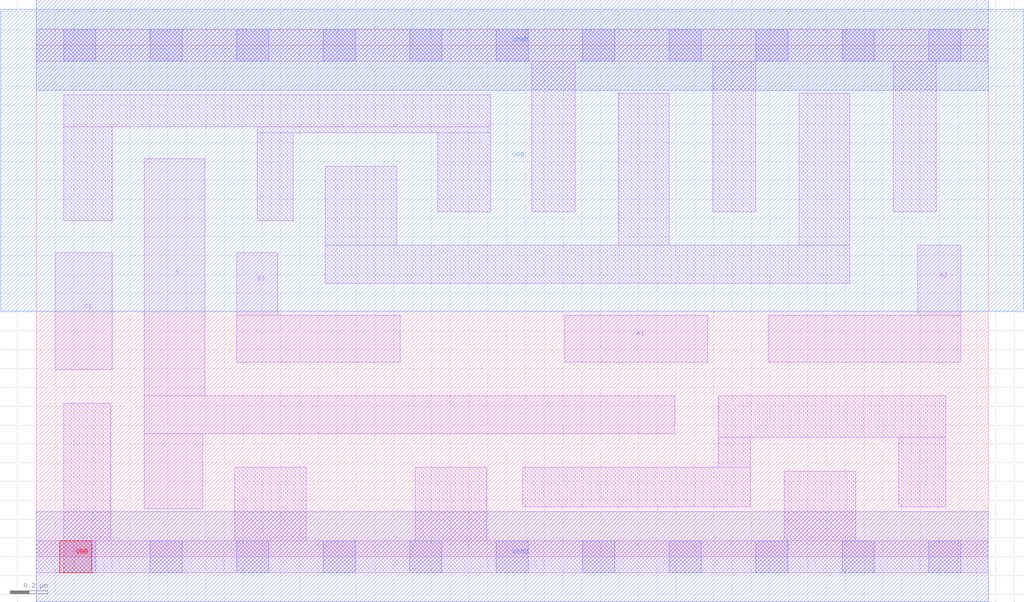
<source format=lef>
# Copyright 2020 The SkyWater PDK Authors
#
# Licensed under the Apache License, Version 2.0 (the "License");
# you may not use this file except in compliance with the License.
# You may obtain a copy of the License at
#
#     https://www.apache.org/licenses/LICENSE-2.0
#
# Unless required by applicable law or agreed to in writing, software
# distributed under the License is distributed on an "AS IS" BASIS,
# WITHOUT WARRANTIES OR CONDITIONS OF ANY KIND, either express or implied.
# See the License for the specific language governing permissions and
# limitations under the License.
#
# SPDX-License-Identifier: Apache-2.0

VERSION 5.7 ;
  NOWIREEXTENSIONATPIN ON ;
  DIVIDERCHAR "/" ;
  BUSBITCHARS "[]" ;
PROPERTYDEFINITIONS
  MACRO maskLayoutSubType STRING ;
  MACRO prCellType STRING ;
  MACRO originalViewName STRING ;
END PROPERTYDEFINITIONS
MACRO sky130_fd_sc_hdll__a211oi_2
  CLASS CORE ;
  FOREIGN sky130_fd_sc_hdll__a211oi_2 ;
  ORIGIN  0.000000  0.000000 ;
  SIZE  5.060000 BY  2.720000 ;
  SYMMETRY X Y R90 ;
  SITE unithd ;
  PIN A1
    ANTENNAGATEAREA  0.555000 ;
    DIRECTION INPUT ;
    USE SIGNAL ;
    PORT
      LAYER li1 ;
        RECT 2.810000 1.035000 3.570000 1.285000 ;
    END
  END A1
  PIN A2
    ANTENNAGATEAREA  0.555000 ;
    DIRECTION INPUT ;
    USE SIGNAL ;
    PORT
      LAYER li1 ;
        RECT 3.890000 1.035000 4.915000 1.285000 ;
        RECT 4.685000 1.285000 4.915000 1.655000 ;
    END
  END A2
  PIN B1
    ANTENNAGATEAREA  0.555000 ;
    DIRECTION INPUT ;
    USE SIGNAL ;
    PORT
      LAYER li1 ;
        RECT 1.065000 1.035000 1.935000 1.285000 ;
        RECT 1.065000 1.285000 1.285000 1.615000 ;
    END
  END B1
  PIN C1
    ANTENNAGATEAREA  0.555000 ;
    DIRECTION INPUT ;
    USE SIGNAL ;
    PORT
      LAYER li1 ;
        RECT 0.100000 0.995000 0.405000 1.615000 ;
    END
  END C1
  PIN VGND
    ANTENNADIFFAREA  0.806000 ;
    DIRECTION INOUT ;
    USE SIGNAL ;
    PORT
      LAYER met1 ;
        RECT 0.000000 -0.240000 5.060000 0.240000 ;
    END
  END VGND
  PIN VNB
    PORT
      LAYER pwell ;
        RECT 0.125000 -0.085000 0.295000 0.085000 ;
    END
  END VNB
  PIN VPB
    PORT
      LAYER nwell ;
        RECT -0.190000 1.305000 5.250000 2.910000 ;
    END
  END VPB
  PIN VPWR
    ANTENNADIFFAREA  0.850000 ;
    DIRECTION INOUT ;
    USE SIGNAL ;
    PORT
      LAYER met1 ;
        RECT 0.000000 2.480000 5.060000 2.960000 ;
    END
  END VPWR
  PIN Y
    ANTENNADIFFAREA  1.008500 ;
    DIRECTION OUTPUT ;
    USE SIGNAL ;
    PORT
      LAYER li1 ;
        RECT 0.575000 0.255000 0.885000 0.655000 ;
        RECT 0.575000 0.655000 3.395000 0.855000 ;
        RECT 0.575000 0.855000 0.895000 2.115000 ;
    END
  END Y
  OBS
    LAYER li1 ;
      RECT 0.000000 -0.085000 5.060000 0.085000 ;
      RECT 0.000000  2.635000 5.060000 2.805000 ;
      RECT 0.145000  0.085000 0.395000 0.815000 ;
      RECT 0.145000  1.785000 0.405000 2.285000 ;
      RECT 0.145000  2.285000 2.415000 2.455000 ;
      RECT 1.055000  0.085000 1.435000 0.475000 ;
      RECT 1.175000  1.785000 1.365000 2.255000 ;
      RECT 1.175000  2.255000 2.415000 2.285000 ;
      RECT 1.535000  1.455000 4.325000 1.655000 ;
      RECT 1.535000  1.655000 1.915000 2.075000 ;
      RECT 2.015000  0.085000 2.395000 0.475000 ;
      RECT 2.135000  1.835000 2.415000 2.255000 ;
      RECT 2.585000  0.265000 3.795000 0.475000 ;
      RECT 2.635000  1.835000 2.865000 2.635000 ;
      RECT 3.095000  1.655000 3.365000 2.465000 ;
      RECT 3.595000  1.835000 3.825000 2.635000 ;
      RECT 3.625000  0.475000 3.795000 0.635000 ;
      RECT 3.625000  0.635000 4.835000 0.855000 ;
      RECT 3.975000  0.085000 4.355000 0.455000 ;
      RECT 4.055000  1.655000 4.325000 2.465000 ;
      RECT 4.555000  1.835000 4.785000 2.635000 ;
      RECT 4.585000  0.265000 4.835000 0.635000 ;
    LAYER mcon ;
      RECT 0.145000 -0.085000 0.315000 0.085000 ;
      RECT 0.145000  2.635000 0.315000 2.805000 ;
      RECT 0.605000 -0.085000 0.775000 0.085000 ;
      RECT 0.605000  2.635000 0.775000 2.805000 ;
      RECT 1.065000 -0.085000 1.235000 0.085000 ;
      RECT 1.065000  2.635000 1.235000 2.805000 ;
      RECT 1.525000 -0.085000 1.695000 0.085000 ;
      RECT 1.525000  2.635000 1.695000 2.805000 ;
      RECT 1.985000 -0.085000 2.155000 0.085000 ;
      RECT 1.985000  2.635000 2.155000 2.805000 ;
      RECT 2.445000 -0.085000 2.615000 0.085000 ;
      RECT 2.445000  2.635000 2.615000 2.805000 ;
      RECT 2.905000 -0.085000 3.075000 0.085000 ;
      RECT 2.905000  2.635000 3.075000 2.805000 ;
      RECT 3.365000 -0.085000 3.535000 0.085000 ;
      RECT 3.365000  2.635000 3.535000 2.805000 ;
      RECT 3.825000 -0.085000 3.995000 0.085000 ;
      RECT 3.825000  2.635000 3.995000 2.805000 ;
      RECT 4.285000 -0.085000 4.455000 0.085000 ;
      RECT 4.285000  2.635000 4.455000 2.805000 ;
      RECT 4.745000 -0.085000 4.915000 0.085000 ;
      RECT 4.745000  2.635000 4.915000 2.805000 ;
  END
  PROPERTY maskLayoutSubType "abstract" ;
  PROPERTY prCellType "standard" ;
  PROPERTY originalViewName "layout" ;
END sky130_fd_sc_hdll__a211oi_2
END LIBRARY

</source>
